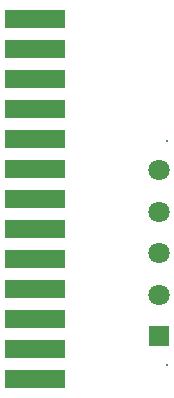
<source format=gts>
G04*
G04 #@! TF.GenerationSoftware,Altium Limited,Altium Designer,20.0.9 (164)*
G04*
G04 Layer_Color=8388736*
%FSLAX25Y25*%
%MOIN*%
G70*
G01*
G75*
%ADD14R,0.20485X0.06312*%
%ADD15R,0.07099X0.07099*%
%ADD16C,0.00800*%
%ADD17C,0.07099*%
D14*
X10500Y123156D02*
D03*
Y113156D02*
D03*
Y103156D02*
D03*
Y93156D02*
D03*
Y83156D02*
D03*
Y73156D02*
D03*
Y63156D02*
D03*
Y53156D02*
D03*
Y43156D02*
D03*
Y33156D02*
D03*
Y23156D02*
D03*
Y13156D02*
D03*
Y3156D02*
D03*
D15*
X52000Y17556D02*
D03*
D16*
X54480Y7714D02*
D03*
Y82517D02*
D03*
D17*
X52000Y31336D02*
D03*
Y45115D02*
D03*
Y58895D02*
D03*
Y72674D02*
D03*
M02*

</source>
